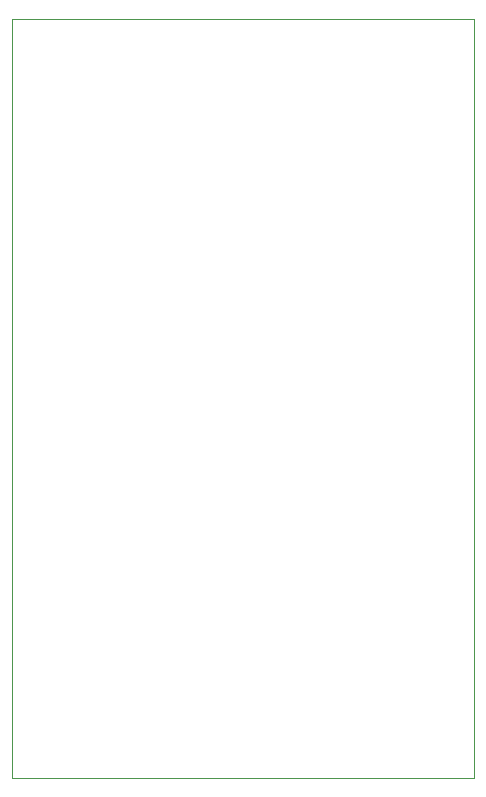
<source format=gbr>
%TF.GenerationSoftware,KiCad,Pcbnew,(5.1.7)-1*%
%TF.CreationDate,2023-01-25T18:34:39-07:00*%
%TF.ProjectId,AMPE32T30,414d5045-3332-4543-9330-2e6b69636164,rev?*%
%TF.SameCoordinates,PX76efc10PY4dffc60*%
%TF.FileFunction,Profile,NP*%
%FSLAX46Y46*%
G04 Gerber Fmt 4.6, Leading zero omitted, Abs format (unit mm)*
G04 Created by KiCad (PCBNEW (5.1.7)-1) date 2023-01-25 18:34:39*
%MOMM*%
%LPD*%
G01*
G04 APERTURE LIST*
%TA.AperFunction,Profile*%
%ADD10C,0.050000*%
%TD*%
G04 APERTURE END LIST*
D10*
X0Y0D02*
X0Y-1016000D01*
X19304000Y-1016000D02*
X0Y-1016000D01*
X39116000Y0D02*
X39116000Y-1016000D01*
X19304000Y-1016000D02*
X39116000Y-1016000D01*
X39116000Y0D02*
X39116000Y63246000D01*
X0Y0D02*
X0Y63246000D01*
X39116000Y63246000D02*
X0Y63246000D01*
M02*

</source>
